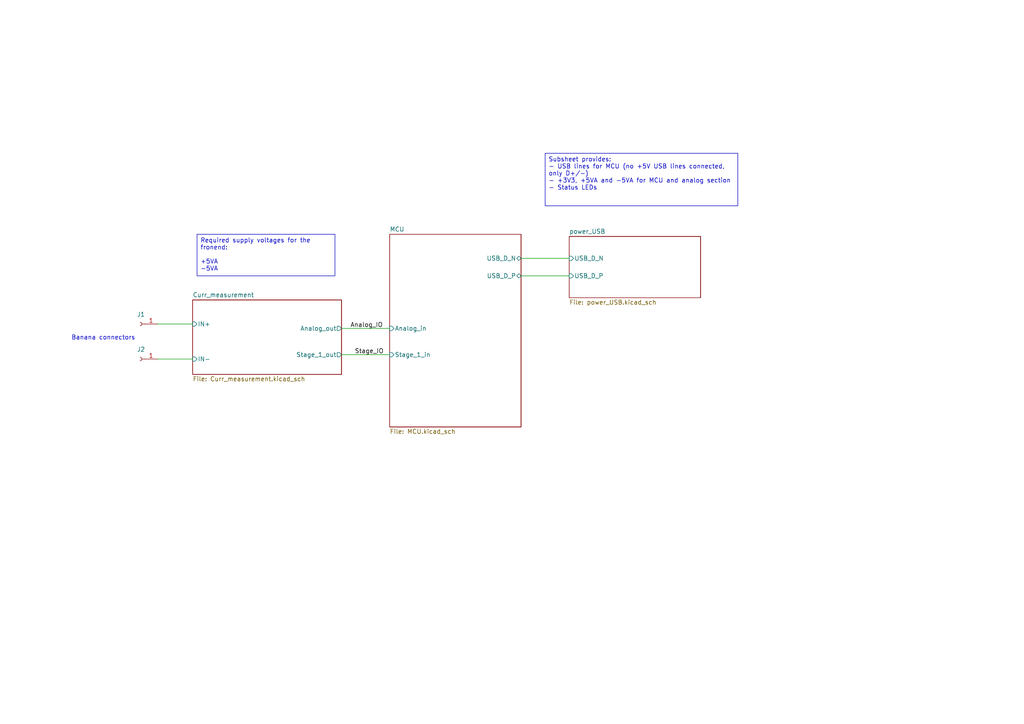
<source format=kicad_sch>
(kicad_sch (version 20250114) (generator "eeschema") (generator_version "9.0")
  (paper "A4")
  (lib_symbols
    (symbol "Connector:Conn_01x01_Socket" (pin_names (offset 1.016) (hide yes))
      (property "Reference" "J" (at 0 2.54 0))
      (property "Value" "Conn_01x01_Socket" (at 0 -2.54 0))
      (symbol "Conn_01x01_Socket_1_1"
        (polyline (pts (xy -1.27 0) (xy -0.508 0)) (stroke (width 0.1524)))
        (arc (start 0 -0.508) (mid -0.5058 0) (end 0 0.508) (stroke (width 0.1524)))
        (pin passive line (at -5.08 0 0) (length 3.81) (name "Pin_1") (number "1"))
      )
    )
  )
  (text "Banana connectors" (at 29.972 98.044 0) (effects (font (size 1.27 1.27))))
  (text_box "Required supply voltages for the fronend:\n\n+5VA\n-5VA" (at 57.15 67.945 0) (size 40.005 12.065) (margins 0.9525 0.9525 0.9525 0.9525) (effects (font (size 1.27 1.27)) (justify left top)))
  (text_box "Subsheet provides:\n- USB lines for MCU (no +5V USB lines connected, only D+/-)\n- +3V3, +5VA and -5VA for MCU and analog section\n- Status LEDs" (at 158.115 44.45 0) (size 55.88 15.24) (margins 0.9525 0.9525 0.9525 0.9525) (effects (font (size 1.27 1.27)) (justify left top)))
  (wire (pts (xy 45.72 93.98) (xy 55.88 93.98)))
  (wire (pts (xy 151.13 80.01) (xy 165.1 80.01)))
  (wire (pts (xy 99.06 95.25) (xy 113.03 95.25)))
  (wire (pts (xy 99.06 102.87) (xy 113.03 102.87)))
  (wire (pts (xy 45.72 104.14) (xy 55.88 104.14)))
  (wire (pts (xy 151.13 74.93) (xy 165.1 74.93)))
  (label "Stage_IO" (at 102.87 102.87 0))
  (label "Analog_IO" (at 101.6 95.25 0))
  (symbol (lib_id "Connector:Conn_01x01_Socket") (at 40.64 93.98 180) (unit 1)
    (property "Reference" "J1" (at 40.894 91.186 0))
    (property "Value" "Conn_01x01_Socket" (effects (hide yes)))
    (property "Footprint" "Connector:Banana_Jack_1Pin" (effects (hide yes)))
    (property "Description" "Generic connector, single row, 01x01, script generated" (effects (hide yes)))
  )
  (symbol (lib_id "Connector:Conn_01x01_Socket") (at 40.64 104.14 180) (unit 1)
    (property "Reference" "J2" (at 40.894 101.346 0))
    (property "Value" "Conn_01x01_Socket" (effects (hide yes)))
    (property "Footprint" "Connector:Banana_Jack_1Pin" (effects (hide yes)))
    (property "Description" "Generic connector, single row, 01x01, script generated" (effects (hide yes)))
  )
  (sheet (at 113.03 67.945) (size 38.1 55.88) (stroke (width 0.1524))
    (property "Sheetname" "MCU" (at 113.03 67.2334 0) (effects (justify left bottom)))
    (property "Sheetfile" "MCU.kicad_sch" (at 113.03 124.4096 0) (effects (justify left top)))
    (pin "Analog_in" input (at 113.03 95.25 180))
    (pin "Stage_1_in" input (at 113.03 102.87 180))
    (pin "USB_D_N" bidirectional (at 151.13 74.93 0))
    (pin "USB_D_P" bidirectional (at 151.13 80.01 0))
  )
  (sheet (at 165.1 68.58) (size 38.1 17.78) (stroke (width 0.1524))
    (property "Sheetname" "power_USB" (at 165.1 67.8684 0) (effects (justify left bottom)))
    (property "Sheetfile" "power_USB.kicad_sch" (at 165.1 86.9446 0) (effects (justify left top)))
    (pin "USB_D_N" input (at 165.1 74.93 180))
    (pin "USB_D_P" input (at 165.1 80.01 180))
  )
  (sheet (at 55.88 86.995) (size 43.18 21.59) (stroke (width 0.1524))
    (property "Sheetname" "Curr_measurement" (at 55.88 86.2834 0) (effects (justify left bottom)))
    (property "Sheetfile" "Curr_measurement.kicad_sch" (at 55.88 109.1696 0) (effects (justify left top)))
    (pin "Analog_out" output (at 99.06 95.25 0))
    (pin "IN+" input (at 55.88 93.98 180))
    (pin "IN-" input (at 55.88 104.14 180))
    (pin "Stage_1_out" output (at 99.06 102.87 0))
  )
)
</source>
